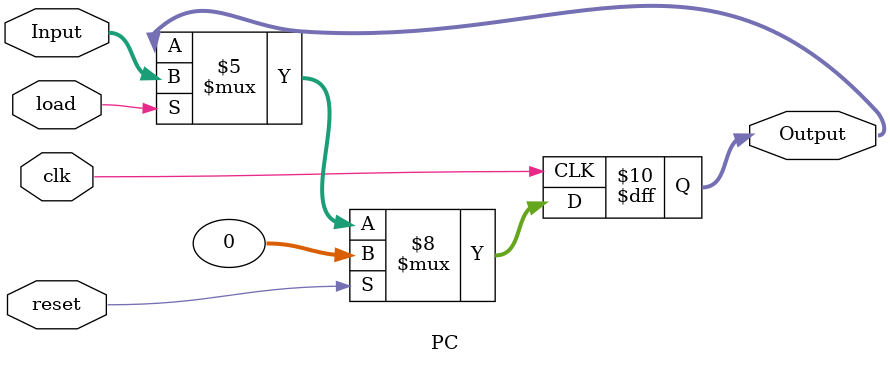
<source format=v>

module PC #(
    parameter BOOT_ADDRESS=32'h00000000
)(
    input wire clk,
    input wire load,
    input wire reset,
    input wire [31:0] Input,
    output reg [31:0] Output
);

initial begin
    Output = BOOT_ADDRESS;
end

always @(posedge clk) begin
    if(reset == 1'b1) begin
        Output <= BOOT_ADDRESS;
    end else begin
        if(load == 1'b1) begin
            Output <= Input;
        end
    end 
end

endmodule

</source>
